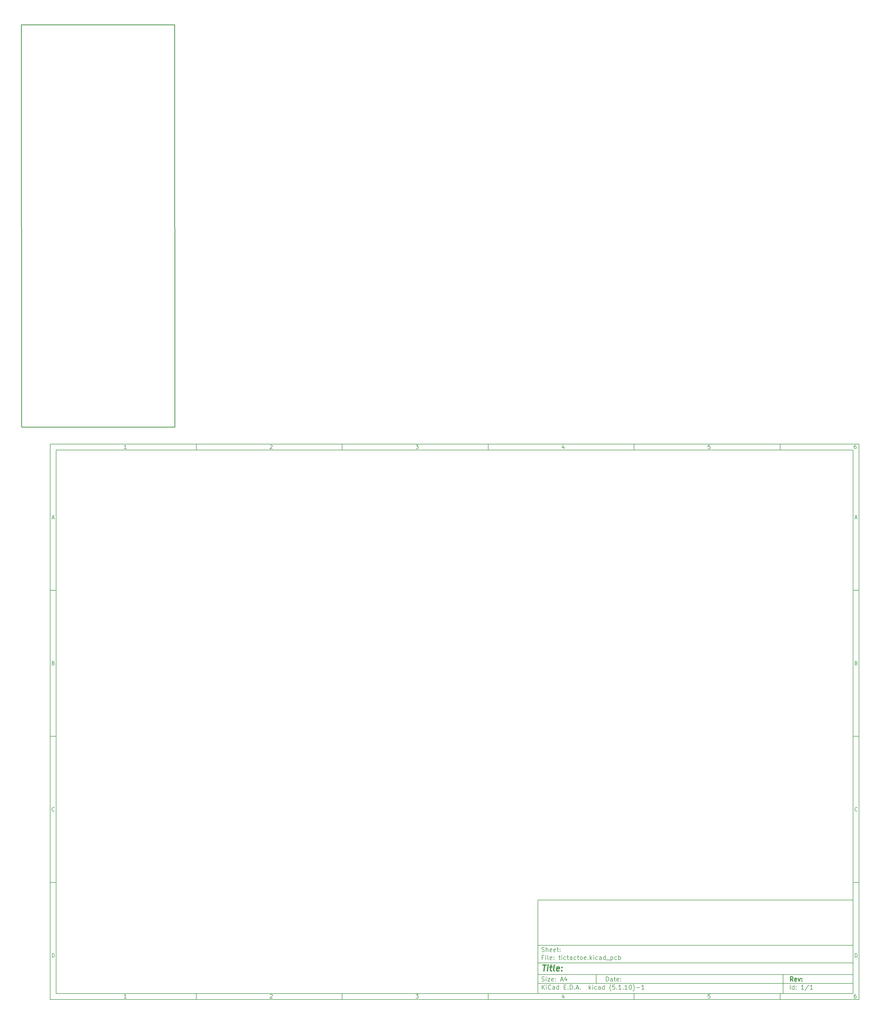
<source format=gbr>
%TF.GenerationSoftware,KiCad,Pcbnew,(5.1.10)-1*%
%TF.CreationDate,2021-10-16T16:01:45-05:00*%
%TF.ProjectId,tictactoe,74696374-6163-4746-9f65-2e6b69636164,rev?*%
%TF.SameCoordinates,Original*%
%TF.FileFunction,Profile,NP*%
%FSLAX46Y46*%
G04 Gerber Fmt 4.6, Leading zero omitted, Abs format (unit mm)*
G04 Created by KiCad (PCBNEW (5.1.10)-1) date 2021-10-16 16:01:45*
%MOMM*%
%LPD*%
G01*
G04 APERTURE LIST*
%ADD10C,0.100000*%
%ADD11C,0.150000*%
%ADD12C,0.300000*%
%ADD13C,0.400000*%
%TA.AperFunction,Profile*%
%ADD14C,0.254000*%
%TD*%
G04 APERTURE END LIST*
D10*
D11*
X177002200Y-166007200D02*
X177002200Y-198007200D01*
X285002200Y-198007200D01*
X285002200Y-166007200D01*
X177002200Y-166007200D01*
D10*
D11*
X10000000Y-10000000D02*
X10000000Y-200007200D01*
X287002200Y-200007200D01*
X287002200Y-10000000D01*
X10000000Y-10000000D01*
D10*
D11*
X12000000Y-12000000D02*
X12000000Y-198007200D01*
X285002200Y-198007200D01*
X285002200Y-12000000D01*
X12000000Y-12000000D01*
D10*
D11*
X60000000Y-12000000D02*
X60000000Y-10000000D01*
D10*
D11*
X110000000Y-12000000D02*
X110000000Y-10000000D01*
D10*
D11*
X160000000Y-12000000D02*
X160000000Y-10000000D01*
D10*
D11*
X210000000Y-12000000D02*
X210000000Y-10000000D01*
D10*
D11*
X260000000Y-12000000D02*
X260000000Y-10000000D01*
D10*
D11*
X36065476Y-11588095D02*
X35322619Y-11588095D01*
X35694047Y-11588095D02*
X35694047Y-10288095D01*
X35570238Y-10473809D01*
X35446428Y-10597619D01*
X35322619Y-10659523D01*
D10*
D11*
X85322619Y-10411904D02*
X85384523Y-10350000D01*
X85508333Y-10288095D01*
X85817857Y-10288095D01*
X85941666Y-10350000D01*
X86003571Y-10411904D01*
X86065476Y-10535714D01*
X86065476Y-10659523D01*
X86003571Y-10845238D01*
X85260714Y-11588095D01*
X86065476Y-11588095D01*
D10*
D11*
X135260714Y-10288095D02*
X136065476Y-10288095D01*
X135632142Y-10783333D01*
X135817857Y-10783333D01*
X135941666Y-10845238D01*
X136003571Y-10907142D01*
X136065476Y-11030952D01*
X136065476Y-11340476D01*
X136003571Y-11464285D01*
X135941666Y-11526190D01*
X135817857Y-11588095D01*
X135446428Y-11588095D01*
X135322619Y-11526190D01*
X135260714Y-11464285D01*
D10*
D11*
X185941666Y-10721428D02*
X185941666Y-11588095D01*
X185632142Y-10226190D02*
X185322619Y-11154761D01*
X186127380Y-11154761D01*
D10*
D11*
X236003571Y-10288095D02*
X235384523Y-10288095D01*
X235322619Y-10907142D01*
X235384523Y-10845238D01*
X235508333Y-10783333D01*
X235817857Y-10783333D01*
X235941666Y-10845238D01*
X236003571Y-10907142D01*
X236065476Y-11030952D01*
X236065476Y-11340476D01*
X236003571Y-11464285D01*
X235941666Y-11526190D01*
X235817857Y-11588095D01*
X235508333Y-11588095D01*
X235384523Y-11526190D01*
X235322619Y-11464285D01*
D10*
D11*
X285941666Y-10288095D02*
X285694047Y-10288095D01*
X285570238Y-10350000D01*
X285508333Y-10411904D01*
X285384523Y-10597619D01*
X285322619Y-10845238D01*
X285322619Y-11340476D01*
X285384523Y-11464285D01*
X285446428Y-11526190D01*
X285570238Y-11588095D01*
X285817857Y-11588095D01*
X285941666Y-11526190D01*
X286003571Y-11464285D01*
X286065476Y-11340476D01*
X286065476Y-11030952D01*
X286003571Y-10907142D01*
X285941666Y-10845238D01*
X285817857Y-10783333D01*
X285570238Y-10783333D01*
X285446428Y-10845238D01*
X285384523Y-10907142D01*
X285322619Y-11030952D01*
D10*
D11*
X60000000Y-198007200D02*
X60000000Y-200007200D01*
D10*
D11*
X110000000Y-198007200D02*
X110000000Y-200007200D01*
D10*
D11*
X160000000Y-198007200D02*
X160000000Y-200007200D01*
D10*
D11*
X210000000Y-198007200D02*
X210000000Y-200007200D01*
D10*
D11*
X260000000Y-198007200D02*
X260000000Y-200007200D01*
D10*
D11*
X36065476Y-199595295D02*
X35322619Y-199595295D01*
X35694047Y-199595295D02*
X35694047Y-198295295D01*
X35570238Y-198481009D01*
X35446428Y-198604819D01*
X35322619Y-198666723D01*
D10*
D11*
X85322619Y-198419104D02*
X85384523Y-198357200D01*
X85508333Y-198295295D01*
X85817857Y-198295295D01*
X85941666Y-198357200D01*
X86003571Y-198419104D01*
X86065476Y-198542914D01*
X86065476Y-198666723D01*
X86003571Y-198852438D01*
X85260714Y-199595295D01*
X86065476Y-199595295D01*
D10*
D11*
X135260714Y-198295295D02*
X136065476Y-198295295D01*
X135632142Y-198790533D01*
X135817857Y-198790533D01*
X135941666Y-198852438D01*
X136003571Y-198914342D01*
X136065476Y-199038152D01*
X136065476Y-199347676D01*
X136003571Y-199471485D01*
X135941666Y-199533390D01*
X135817857Y-199595295D01*
X135446428Y-199595295D01*
X135322619Y-199533390D01*
X135260714Y-199471485D01*
D10*
D11*
X185941666Y-198728628D02*
X185941666Y-199595295D01*
X185632142Y-198233390D02*
X185322619Y-199161961D01*
X186127380Y-199161961D01*
D10*
D11*
X236003571Y-198295295D02*
X235384523Y-198295295D01*
X235322619Y-198914342D01*
X235384523Y-198852438D01*
X235508333Y-198790533D01*
X235817857Y-198790533D01*
X235941666Y-198852438D01*
X236003571Y-198914342D01*
X236065476Y-199038152D01*
X236065476Y-199347676D01*
X236003571Y-199471485D01*
X235941666Y-199533390D01*
X235817857Y-199595295D01*
X235508333Y-199595295D01*
X235384523Y-199533390D01*
X235322619Y-199471485D01*
D10*
D11*
X285941666Y-198295295D02*
X285694047Y-198295295D01*
X285570238Y-198357200D01*
X285508333Y-198419104D01*
X285384523Y-198604819D01*
X285322619Y-198852438D01*
X285322619Y-199347676D01*
X285384523Y-199471485D01*
X285446428Y-199533390D01*
X285570238Y-199595295D01*
X285817857Y-199595295D01*
X285941666Y-199533390D01*
X286003571Y-199471485D01*
X286065476Y-199347676D01*
X286065476Y-199038152D01*
X286003571Y-198914342D01*
X285941666Y-198852438D01*
X285817857Y-198790533D01*
X285570238Y-198790533D01*
X285446428Y-198852438D01*
X285384523Y-198914342D01*
X285322619Y-199038152D01*
D10*
D11*
X10000000Y-60000000D02*
X12000000Y-60000000D01*
D10*
D11*
X10000000Y-110000000D02*
X12000000Y-110000000D01*
D10*
D11*
X10000000Y-160000000D02*
X12000000Y-160000000D01*
D10*
D11*
X10690476Y-35216666D02*
X11309523Y-35216666D01*
X10566666Y-35588095D02*
X11000000Y-34288095D01*
X11433333Y-35588095D01*
D10*
D11*
X11092857Y-84907142D02*
X11278571Y-84969047D01*
X11340476Y-85030952D01*
X11402380Y-85154761D01*
X11402380Y-85340476D01*
X11340476Y-85464285D01*
X11278571Y-85526190D01*
X11154761Y-85588095D01*
X10659523Y-85588095D01*
X10659523Y-84288095D01*
X11092857Y-84288095D01*
X11216666Y-84350000D01*
X11278571Y-84411904D01*
X11340476Y-84535714D01*
X11340476Y-84659523D01*
X11278571Y-84783333D01*
X11216666Y-84845238D01*
X11092857Y-84907142D01*
X10659523Y-84907142D01*
D10*
D11*
X11402380Y-135464285D02*
X11340476Y-135526190D01*
X11154761Y-135588095D01*
X11030952Y-135588095D01*
X10845238Y-135526190D01*
X10721428Y-135402380D01*
X10659523Y-135278571D01*
X10597619Y-135030952D01*
X10597619Y-134845238D01*
X10659523Y-134597619D01*
X10721428Y-134473809D01*
X10845238Y-134350000D01*
X11030952Y-134288095D01*
X11154761Y-134288095D01*
X11340476Y-134350000D01*
X11402380Y-134411904D01*
D10*
D11*
X10659523Y-185588095D02*
X10659523Y-184288095D01*
X10969047Y-184288095D01*
X11154761Y-184350000D01*
X11278571Y-184473809D01*
X11340476Y-184597619D01*
X11402380Y-184845238D01*
X11402380Y-185030952D01*
X11340476Y-185278571D01*
X11278571Y-185402380D01*
X11154761Y-185526190D01*
X10969047Y-185588095D01*
X10659523Y-185588095D01*
D10*
D11*
X287002200Y-60000000D02*
X285002200Y-60000000D01*
D10*
D11*
X287002200Y-110000000D02*
X285002200Y-110000000D01*
D10*
D11*
X287002200Y-160000000D02*
X285002200Y-160000000D01*
D10*
D11*
X285692676Y-35216666D02*
X286311723Y-35216666D01*
X285568866Y-35588095D02*
X286002200Y-34288095D01*
X286435533Y-35588095D01*
D10*
D11*
X286095057Y-84907142D02*
X286280771Y-84969047D01*
X286342676Y-85030952D01*
X286404580Y-85154761D01*
X286404580Y-85340476D01*
X286342676Y-85464285D01*
X286280771Y-85526190D01*
X286156961Y-85588095D01*
X285661723Y-85588095D01*
X285661723Y-84288095D01*
X286095057Y-84288095D01*
X286218866Y-84350000D01*
X286280771Y-84411904D01*
X286342676Y-84535714D01*
X286342676Y-84659523D01*
X286280771Y-84783333D01*
X286218866Y-84845238D01*
X286095057Y-84907142D01*
X285661723Y-84907142D01*
D10*
D11*
X286404580Y-135464285D02*
X286342676Y-135526190D01*
X286156961Y-135588095D01*
X286033152Y-135588095D01*
X285847438Y-135526190D01*
X285723628Y-135402380D01*
X285661723Y-135278571D01*
X285599819Y-135030952D01*
X285599819Y-134845238D01*
X285661723Y-134597619D01*
X285723628Y-134473809D01*
X285847438Y-134350000D01*
X286033152Y-134288095D01*
X286156961Y-134288095D01*
X286342676Y-134350000D01*
X286404580Y-134411904D01*
D10*
D11*
X285661723Y-185588095D02*
X285661723Y-184288095D01*
X285971247Y-184288095D01*
X286156961Y-184350000D01*
X286280771Y-184473809D01*
X286342676Y-184597619D01*
X286404580Y-184845238D01*
X286404580Y-185030952D01*
X286342676Y-185278571D01*
X286280771Y-185402380D01*
X286156961Y-185526190D01*
X285971247Y-185588095D01*
X285661723Y-185588095D01*
D10*
D11*
X200434342Y-193785771D02*
X200434342Y-192285771D01*
X200791485Y-192285771D01*
X201005771Y-192357200D01*
X201148628Y-192500057D01*
X201220057Y-192642914D01*
X201291485Y-192928628D01*
X201291485Y-193142914D01*
X201220057Y-193428628D01*
X201148628Y-193571485D01*
X201005771Y-193714342D01*
X200791485Y-193785771D01*
X200434342Y-193785771D01*
X202577200Y-193785771D02*
X202577200Y-193000057D01*
X202505771Y-192857200D01*
X202362914Y-192785771D01*
X202077200Y-192785771D01*
X201934342Y-192857200D01*
X202577200Y-193714342D02*
X202434342Y-193785771D01*
X202077200Y-193785771D01*
X201934342Y-193714342D01*
X201862914Y-193571485D01*
X201862914Y-193428628D01*
X201934342Y-193285771D01*
X202077200Y-193214342D01*
X202434342Y-193214342D01*
X202577200Y-193142914D01*
X203077200Y-192785771D02*
X203648628Y-192785771D01*
X203291485Y-192285771D02*
X203291485Y-193571485D01*
X203362914Y-193714342D01*
X203505771Y-193785771D01*
X203648628Y-193785771D01*
X204720057Y-193714342D02*
X204577200Y-193785771D01*
X204291485Y-193785771D01*
X204148628Y-193714342D01*
X204077200Y-193571485D01*
X204077200Y-193000057D01*
X204148628Y-192857200D01*
X204291485Y-192785771D01*
X204577200Y-192785771D01*
X204720057Y-192857200D01*
X204791485Y-193000057D01*
X204791485Y-193142914D01*
X204077200Y-193285771D01*
X205434342Y-193642914D02*
X205505771Y-193714342D01*
X205434342Y-193785771D01*
X205362914Y-193714342D01*
X205434342Y-193642914D01*
X205434342Y-193785771D01*
X205434342Y-192857200D02*
X205505771Y-192928628D01*
X205434342Y-193000057D01*
X205362914Y-192928628D01*
X205434342Y-192857200D01*
X205434342Y-193000057D01*
D10*
D11*
X177002200Y-194507200D02*
X285002200Y-194507200D01*
D10*
D11*
X178434342Y-196585771D02*
X178434342Y-195085771D01*
X179291485Y-196585771D02*
X178648628Y-195728628D01*
X179291485Y-195085771D02*
X178434342Y-195942914D01*
X179934342Y-196585771D02*
X179934342Y-195585771D01*
X179934342Y-195085771D02*
X179862914Y-195157200D01*
X179934342Y-195228628D01*
X180005771Y-195157200D01*
X179934342Y-195085771D01*
X179934342Y-195228628D01*
X181505771Y-196442914D02*
X181434342Y-196514342D01*
X181220057Y-196585771D01*
X181077200Y-196585771D01*
X180862914Y-196514342D01*
X180720057Y-196371485D01*
X180648628Y-196228628D01*
X180577200Y-195942914D01*
X180577200Y-195728628D01*
X180648628Y-195442914D01*
X180720057Y-195300057D01*
X180862914Y-195157200D01*
X181077200Y-195085771D01*
X181220057Y-195085771D01*
X181434342Y-195157200D01*
X181505771Y-195228628D01*
X182791485Y-196585771D02*
X182791485Y-195800057D01*
X182720057Y-195657200D01*
X182577200Y-195585771D01*
X182291485Y-195585771D01*
X182148628Y-195657200D01*
X182791485Y-196514342D02*
X182648628Y-196585771D01*
X182291485Y-196585771D01*
X182148628Y-196514342D01*
X182077200Y-196371485D01*
X182077200Y-196228628D01*
X182148628Y-196085771D01*
X182291485Y-196014342D01*
X182648628Y-196014342D01*
X182791485Y-195942914D01*
X184148628Y-196585771D02*
X184148628Y-195085771D01*
X184148628Y-196514342D02*
X184005771Y-196585771D01*
X183720057Y-196585771D01*
X183577200Y-196514342D01*
X183505771Y-196442914D01*
X183434342Y-196300057D01*
X183434342Y-195871485D01*
X183505771Y-195728628D01*
X183577200Y-195657200D01*
X183720057Y-195585771D01*
X184005771Y-195585771D01*
X184148628Y-195657200D01*
X186005771Y-195800057D02*
X186505771Y-195800057D01*
X186720057Y-196585771D02*
X186005771Y-196585771D01*
X186005771Y-195085771D01*
X186720057Y-195085771D01*
X187362914Y-196442914D02*
X187434342Y-196514342D01*
X187362914Y-196585771D01*
X187291485Y-196514342D01*
X187362914Y-196442914D01*
X187362914Y-196585771D01*
X188077200Y-196585771D02*
X188077200Y-195085771D01*
X188434342Y-195085771D01*
X188648628Y-195157200D01*
X188791485Y-195300057D01*
X188862914Y-195442914D01*
X188934342Y-195728628D01*
X188934342Y-195942914D01*
X188862914Y-196228628D01*
X188791485Y-196371485D01*
X188648628Y-196514342D01*
X188434342Y-196585771D01*
X188077200Y-196585771D01*
X189577200Y-196442914D02*
X189648628Y-196514342D01*
X189577200Y-196585771D01*
X189505771Y-196514342D01*
X189577200Y-196442914D01*
X189577200Y-196585771D01*
X190220057Y-196157200D02*
X190934342Y-196157200D01*
X190077200Y-196585771D02*
X190577200Y-195085771D01*
X191077200Y-196585771D01*
X191577200Y-196442914D02*
X191648628Y-196514342D01*
X191577200Y-196585771D01*
X191505771Y-196514342D01*
X191577200Y-196442914D01*
X191577200Y-196585771D01*
X194577200Y-196585771D02*
X194577200Y-195085771D01*
X194720057Y-196014342D02*
X195148628Y-196585771D01*
X195148628Y-195585771D02*
X194577200Y-196157200D01*
X195791485Y-196585771D02*
X195791485Y-195585771D01*
X195791485Y-195085771D02*
X195720057Y-195157200D01*
X195791485Y-195228628D01*
X195862914Y-195157200D01*
X195791485Y-195085771D01*
X195791485Y-195228628D01*
X197148628Y-196514342D02*
X197005771Y-196585771D01*
X196720057Y-196585771D01*
X196577200Y-196514342D01*
X196505771Y-196442914D01*
X196434342Y-196300057D01*
X196434342Y-195871485D01*
X196505771Y-195728628D01*
X196577200Y-195657200D01*
X196720057Y-195585771D01*
X197005771Y-195585771D01*
X197148628Y-195657200D01*
X198434342Y-196585771D02*
X198434342Y-195800057D01*
X198362914Y-195657200D01*
X198220057Y-195585771D01*
X197934342Y-195585771D01*
X197791485Y-195657200D01*
X198434342Y-196514342D02*
X198291485Y-196585771D01*
X197934342Y-196585771D01*
X197791485Y-196514342D01*
X197720057Y-196371485D01*
X197720057Y-196228628D01*
X197791485Y-196085771D01*
X197934342Y-196014342D01*
X198291485Y-196014342D01*
X198434342Y-195942914D01*
X199791485Y-196585771D02*
X199791485Y-195085771D01*
X199791485Y-196514342D02*
X199648628Y-196585771D01*
X199362914Y-196585771D01*
X199220057Y-196514342D01*
X199148628Y-196442914D01*
X199077200Y-196300057D01*
X199077200Y-195871485D01*
X199148628Y-195728628D01*
X199220057Y-195657200D01*
X199362914Y-195585771D01*
X199648628Y-195585771D01*
X199791485Y-195657200D01*
X202077200Y-197157200D02*
X202005771Y-197085771D01*
X201862914Y-196871485D01*
X201791485Y-196728628D01*
X201720057Y-196514342D01*
X201648628Y-196157200D01*
X201648628Y-195871485D01*
X201720057Y-195514342D01*
X201791485Y-195300057D01*
X201862914Y-195157200D01*
X202005771Y-194942914D01*
X202077200Y-194871485D01*
X203362914Y-195085771D02*
X202648628Y-195085771D01*
X202577200Y-195800057D01*
X202648628Y-195728628D01*
X202791485Y-195657200D01*
X203148628Y-195657200D01*
X203291485Y-195728628D01*
X203362914Y-195800057D01*
X203434342Y-195942914D01*
X203434342Y-196300057D01*
X203362914Y-196442914D01*
X203291485Y-196514342D01*
X203148628Y-196585771D01*
X202791485Y-196585771D01*
X202648628Y-196514342D01*
X202577200Y-196442914D01*
X204077200Y-196442914D02*
X204148628Y-196514342D01*
X204077200Y-196585771D01*
X204005771Y-196514342D01*
X204077200Y-196442914D01*
X204077200Y-196585771D01*
X205577200Y-196585771D02*
X204720057Y-196585771D01*
X205148628Y-196585771D02*
X205148628Y-195085771D01*
X205005771Y-195300057D01*
X204862914Y-195442914D01*
X204720057Y-195514342D01*
X206220057Y-196442914D02*
X206291485Y-196514342D01*
X206220057Y-196585771D01*
X206148628Y-196514342D01*
X206220057Y-196442914D01*
X206220057Y-196585771D01*
X207720057Y-196585771D02*
X206862914Y-196585771D01*
X207291485Y-196585771D02*
X207291485Y-195085771D01*
X207148628Y-195300057D01*
X207005771Y-195442914D01*
X206862914Y-195514342D01*
X208648628Y-195085771D02*
X208791485Y-195085771D01*
X208934342Y-195157200D01*
X209005771Y-195228628D01*
X209077200Y-195371485D01*
X209148628Y-195657200D01*
X209148628Y-196014342D01*
X209077200Y-196300057D01*
X209005771Y-196442914D01*
X208934342Y-196514342D01*
X208791485Y-196585771D01*
X208648628Y-196585771D01*
X208505771Y-196514342D01*
X208434342Y-196442914D01*
X208362914Y-196300057D01*
X208291485Y-196014342D01*
X208291485Y-195657200D01*
X208362914Y-195371485D01*
X208434342Y-195228628D01*
X208505771Y-195157200D01*
X208648628Y-195085771D01*
X209648628Y-197157200D02*
X209720057Y-197085771D01*
X209862914Y-196871485D01*
X209934342Y-196728628D01*
X210005771Y-196514342D01*
X210077200Y-196157200D01*
X210077200Y-195871485D01*
X210005771Y-195514342D01*
X209934342Y-195300057D01*
X209862914Y-195157200D01*
X209720057Y-194942914D01*
X209648628Y-194871485D01*
X210791485Y-196014342D02*
X211934342Y-196014342D01*
X213434342Y-196585771D02*
X212577200Y-196585771D01*
X213005771Y-196585771D02*
X213005771Y-195085771D01*
X212862914Y-195300057D01*
X212720057Y-195442914D01*
X212577200Y-195514342D01*
D10*
D11*
X177002200Y-191507200D02*
X285002200Y-191507200D01*
D10*
D12*
X264411485Y-193785771D02*
X263911485Y-193071485D01*
X263554342Y-193785771D02*
X263554342Y-192285771D01*
X264125771Y-192285771D01*
X264268628Y-192357200D01*
X264340057Y-192428628D01*
X264411485Y-192571485D01*
X264411485Y-192785771D01*
X264340057Y-192928628D01*
X264268628Y-193000057D01*
X264125771Y-193071485D01*
X263554342Y-193071485D01*
X265625771Y-193714342D02*
X265482914Y-193785771D01*
X265197200Y-193785771D01*
X265054342Y-193714342D01*
X264982914Y-193571485D01*
X264982914Y-193000057D01*
X265054342Y-192857200D01*
X265197200Y-192785771D01*
X265482914Y-192785771D01*
X265625771Y-192857200D01*
X265697200Y-193000057D01*
X265697200Y-193142914D01*
X264982914Y-193285771D01*
X266197200Y-192785771D02*
X266554342Y-193785771D01*
X266911485Y-192785771D01*
X267482914Y-193642914D02*
X267554342Y-193714342D01*
X267482914Y-193785771D01*
X267411485Y-193714342D01*
X267482914Y-193642914D01*
X267482914Y-193785771D01*
X267482914Y-192857200D02*
X267554342Y-192928628D01*
X267482914Y-193000057D01*
X267411485Y-192928628D01*
X267482914Y-192857200D01*
X267482914Y-193000057D01*
D10*
D11*
X178362914Y-193714342D02*
X178577200Y-193785771D01*
X178934342Y-193785771D01*
X179077200Y-193714342D01*
X179148628Y-193642914D01*
X179220057Y-193500057D01*
X179220057Y-193357200D01*
X179148628Y-193214342D01*
X179077200Y-193142914D01*
X178934342Y-193071485D01*
X178648628Y-193000057D01*
X178505771Y-192928628D01*
X178434342Y-192857200D01*
X178362914Y-192714342D01*
X178362914Y-192571485D01*
X178434342Y-192428628D01*
X178505771Y-192357200D01*
X178648628Y-192285771D01*
X179005771Y-192285771D01*
X179220057Y-192357200D01*
X179862914Y-193785771D02*
X179862914Y-192785771D01*
X179862914Y-192285771D02*
X179791485Y-192357200D01*
X179862914Y-192428628D01*
X179934342Y-192357200D01*
X179862914Y-192285771D01*
X179862914Y-192428628D01*
X180434342Y-192785771D02*
X181220057Y-192785771D01*
X180434342Y-193785771D01*
X181220057Y-193785771D01*
X182362914Y-193714342D02*
X182220057Y-193785771D01*
X181934342Y-193785771D01*
X181791485Y-193714342D01*
X181720057Y-193571485D01*
X181720057Y-193000057D01*
X181791485Y-192857200D01*
X181934342Y-192785771D01*
X182220057Y-192785771D01*
X182362914Y-192857200D01*
X182434342Y-193000057D01*
X182434342Y-193142914D01*
X181720057Y-193285771D01*
X183077200Y-193642914D02*
X183148628Y-193714342D01*
X183077200Y-193785771D01*
X183005771Y-193714342D01*
X183077200Y-193642914D01*
X183077200Y-193785771D01*
X183077200Y-192857200D02*
X183148628Y-192928628D01*
X183077200Y-193000057D01*
X183005771Y-192928628D01*
X183077200Y-192857200D01*
X183077200Y-193000057D01*
X184862914Y-193357200D02*
X185577200Y-193357200D01*
X184720057Y-193785771D02*
X185220057Y-192285771D01*
X185720057Y-193785771D01*
X186862914Y-192785771D02*
X186862914Y-193785771D01*
X186505771Y-192214342D02*
X186148628Y-193285771D01*
X187077200Y-193285771D01*
D10*
D11*
X263434342Y-196585771D02*
X263434342Y-195085771D01*
X264791485Y-196585771D02*
X264791485Y-195085771D01*
X264791485Y-196514342D02*
X264648628Y-196585771D01*
X264362914Y-196585771D01*
X264220057Y-196514342D01*
X264148628Y-196442914D01*
X264077200Y-196300057D01*
X264077200Y-195871485D01*
X264148628Y-195728628D01*
X264220057Y-195657200D01*
X264362914Y-195585771D01*
X264648628Y-195585771D01*
X264791485Y-195657200D01*
X265505771Y-196442914D02*
X265577200Y-196514342D01*
X265505771Y-196585771D01*
X265434342Y-196514342D01*
X265505771Y-196442914D01*
X265505771Y-196585771D01*
X265505771Y-195657200D02*
X265577200Y-195728628D01*
X265505771Y-195800057D01*
X265434342Y-195728628D01*
X265505771Y-195657200D01*
X265505771Y-195800057D01*
X268148628Y-196585771D02*
X267291485Y-196585771D01*
X267720057Y-196585771D02*
X267720057Y-195085771D01*
X267577200Y-195300057D01*
X267434342Y-195442914D01*
X267291485Y-195514342D01*
X269862914Y-195014342D02*
X268577200Y-196942914D01*
X271148628Y-196585771D02*
X270291485Y-196585771D01*
X270720057Y-196585771D02*
X270720057Y-195085771D01*
X270577200Y-195300057D01*
X270434342Y-195442914D01*
X270291485Y-195514342D01*
D10*
D11*
X177002200Y-187507200D02*
X285002200Y-187507200D01*
D10*
D13*
X178714580Y-188211961D02*
X179857438Y-188211961D01*
X179036009Y-190211961D02*
X179286009Y-188211961D01*
X180274104Y-190211961D02*
X180440771Y-188878628D01*
X180524104Y-188211961D02*
X180416961Y-188307200D01*
X180500295Y-188402438D01*
X180607438Y-188307200D01*
X180524104Y-188211961D01*
X180500295Y-188402438D01*
X181107438Y-188878628D02*
X181869342Y-188878628D01*
X181476485Y-188211961D02*
X181262200Y-189926247D01*
X181333628Y-190116723D01*
X181512200Y-190211961D01*
X181702676Y-190211961D01*
X182655057Y-190211961D02*
X182476485Y-190116723D01*
X182405057Y-189926247D01*
X182619342Y-188211961D01*
X184190771Y-190116723D02*
X183988390Y-190211961D01*
X183607438Y-190211961D01*
X183428866Y-190116723D01*
X183357438Y-189926247D01*
X183452676Y-189164342D01*
X183571723Y-188973866D01*
X183774104Y-188878628D01*
X184155057Y-188878628D01*
X184333628Y-188973866D01*
X184405057Y-189164342D01*
X184381247Y-189354819D01*
X183405057Y-189545295D01*
X185155057Y-190021485D02*
X185238390Y-190116723D01*
X185131247Y-190211961D01*
X185047914Y-190116723D01*
X185155057Y-190021485D01*
X185131247Y-190211961D01*
X185286009Y-188973866D02*
X185369342Y-189069104D01*
X185262200Y-189164342D01*
X185178866Y-189069104D01*
X185286009Y-188973866D01*
X185262200Y-189164342D01*
D10*
D11*
X178934342Y-185600057D02*
X178434342Y-185600057D01*
X178434342Y-186385771D02*
X178434342Y-184885771D01*
X179148628Y-184885771D01*
X179720057Y-186385771D02*
X179720057Y-185385771D01*
X179720057Y-184885771D02*
X179648628Y-184957200D01*
X179720057Y-185028628D01*
X179791485Y-184957200D01*
X179720057Y-184885771D01*
X179720057Y-185028628D01*
X180648628Y-186385771D02*
X180505771Y-186314342D01*
X180434342Y-186171485D01*
X180434342Y-184885771D01*
X181791485Y-186314342D02*
X181648628Y-186385771D01*
X181362914Y-186385771D01*
X181220057Y-186314342D01*
X181148628Y-186171485D01*
X181148628Y-185600057D01*
X181220057Y-185457200D01*
X181362914Y-185385771D01*
X181648628Y-185385771D01*
X181791485Y-185457200D01*
X181862914Y-185600057D01*
X181862914Y-185742914D01*
X181148628Y-185885771D01*
X182505771Y-186242914D02*
X182577200Y-186314342D01*
X182505771Y-186385771D01*
X182434342Y-186314342D01*
X182505771Y-186242914D01*
X182505771Y-186385771D01*
X182505771Y-185457200D02*
X182577200Y-185528628D01*
X182505771Y-185600057D01*
X182434342Y-185528628D01*
X182505771Y-185457200D01*
X182505771Y-185600057D01*
X184148628Y-185385771D02*
X184720057Y-185385771D01*
X184362914Y-184885771D02*
X184362914Y-186171485D01*
X184434342Y-186314342D01*
X184577200Y-186385771D01*
X184720057Y-186385771D01*
X185220057Y-186385771D02*
X185220057Y-185385771D01*
X185220057Y-184885771D02*
X185148628Y-184957200D01*
X185220057Y-185028628D01*
X185291485Y-184957200D01*
X185220057Y-184885771D01*
X185220057Y-185028628D01*
X186577200Y-186314342D02*
X186434342Y-186385771D01*
X186148628Y-186385771D01*
X186005771Y-186314342D01*
X185934342Y-186242914D01*
X185862914Y-186100057D01*
X185862914Y-185671485D01*
X185934342Y-185528628D01*
X186005771Y-185457200D01*
X186148628Y-185385771D01*
X186434342Y-185385771D01*
X186577200Y-185457200D01*
X187005771Y-185385771D02*
X187577200Y-185385771D01*
X187220057Y-184885771D02*
X187220057Y-186171485D01*
X187291485Y-186314342D01*
X187434342Y-186385771D01*
X187577200Y-186385771D01*
X188720057Y-186385771D02*
X188720057Y-185600057D01*
X188648628Y-185457200D01*
X188505771Y-185385771D01*
X188220057Y-185385771D01*
X188077200Y-185457200D01*
X188720057Y-186314342D02*
X188577200Y-186385771D01*
X188220057Y-186385771D01*
X188077200Y-186314342D01*
X188005771Y-186171485D01*
X188005771Y-186028628D01*
X188077200Y-185885771D01*
X188220057Y-185814342D01*
X188577200Y-185814342D01*
X188720057Y-185742914D01*
X190077200Y-186314342D02*
X189934342Y-186385771D01*
X189648628Y-186385771D01*
X189505771Y-186314342D01*
X189434342Y-186242914D01*
X189362914Y-186100057D01*
X189362914Y-185671485D01*
X189434342Y-185528628D01*
X189505771Y-185457200D01*
X189648628Y-185385771D01*
X189934342Y-185385771D01*
X190077200Y-185457200D01*
X190505771Y-185385771D02*
X191077200Y-185385771D01*
X190720057Y-184885771D02*
X190720057Y-186171485D01*
X190791485Y-186314342D01*
X190934342Y-186385771D01*
X191077200Y-186385771D01*
X191791485Y-186385771D02*
X191648628Y-186314342D01*
X191577200Y-186242914D01*
X191505771Y-186100057D01*
X191505771Y-185671485D01*
X191577200Y-185528628D01*
X191648628Y-185457200D01*
X191791485Y-185385771D01*
X192005771Y-185385771D01*
X192148628Y-185457200D01*
X192220057Y-185528628D01*
X192291485Y-185671485D01*
X192291485Y-186100057D01*
X192220057Y-186242914D01*
X192148628Y-186314342D01*
X192005771Y-186385771D01*
X191791485Y-186385771D01*
X193505771Y-186314342D02*
X193362914Y-186385771D01*
X193077200Y-186385771D01*
X192934342Y-186314342D01*
X192862914Y-186171485D01*
X192862914Y-185600057D01*
X192934342Y-185457200D01*
X193077200Y-185385771D01*
X193362914Y-185385771D01*
X193505771Y-185457200D01*
X193577200Y-185600057D01*
X193577200Y-185742914D01*
X192862914Y-185885771D01*
X194220057Y-186242914D02*
X194291485Y-186314342D01*
X194220057Y-186385771D01*
X194148628Y-186314342D01*
X194220057Y-186242914D01*
X194220057Y-186385771D01*
X194934342Y-186385771D02*
X194934342Y-184885771D01*
X195077200Y-185814342D02*
X195505771Y-186385771D01*
X195505771Y-185385771D02*
X194934342Y-185957200D01*
X196148628Y-186385771D02*
X196148628Y-185385771D01*
X196148628Y-184885771D02*
X196077200Y-184957200D01*
X196148628Y-185028628D01*
X196220057Y-184957200D01*
X196148628Y-184885771D01*
X196148628Y-185028628D01*
X197505771Y-186314342D02*
X197362914Y-186385771D01*
X197077200Y-186385771D01*
X196934342Y-186314342D01*
X196862914Y-186242914D01*
X196791485Y-186100057D01*
X196791485Y-185671485D01*
X196862914Y-185528628D01*
X196934342Y-185457200D01*
X197077200Y-185385771D01*
X197362914Y-185385771D01*
X197505771Y-185457200D01*
X198791485Y-186385771D02*
X198791485Y-185600057D01*
X198720057Y-185457200D01*
X198577200Y-185385771D01*
X198291485Y-185385771D01*
X198148628Y-185457200D01*
X198791485Y-186314342D02*
X198648628Y-186385771D01*
X198291485Y-186385771D01*
X198148628Y-186314342D01*
X198077200Y-186171485D01*
X198077200Y-186028628D01*
X198148628Y-185885771D01*
X198291485Y-185814342D01*
X198648628Y-185814342D01*
X198791485Y-185742914D01*
X200148628Y-186385771D02*
X200148628Y-184885771D01*
X200148628Y-186314342D02*
X200005771Y-186385771D01*
X199720057Y-186385771D01*
X199577200Y-186314342D01*
X199505771Y-186242914D01*
X199434342Y-186100057D01*
X199434342Y-185671485D01*
X199505771Y-185528628D01*
X199577200Y-185457200D01*
X199720057Y-185385771D01*
X200005771Y-185385771D01*
X200148628Y-185457200D01*
X200505771Y-186528628D02*
X201648628Y-186528628D01*
X202005771Y-185385771D02*
X202005771Y-186885771D01*
X202005771Y-185457200D02*
X202148628Y-185385771D01*
X202434342Y-185385771D01*
X202577200Y-185457200D01*
X202648628Y-185528628D01*
X202720057Y-185671485D01*
X202720057Y-186100057D01*
X202648628Y-186242914D01*
X202577200Y-186314342D01*
X202434342Y-186385771D01*
X202148628Y-186385771D01*
X202005771Y-186314342D01*
X204005771Y-186314342D02*
X203862914Y-186385771D01*
X203577200Y-186385771D01*
X203434342Y-186314342D01*
X203362914Y-186242914D01*
X203291485Y-186100057D01*
X203291485Y-185671485D01*
X203362914Y-185528628D01*
X203434342Y-185457200D01*
X203577200Y-185385771D01*
X203862914Y-185385771D01*
X204005771Y-185457200D01*
X204648628Y-186385771D02*
X204648628Y-184885771D01*
X204648628Y-185457200D02*
X204791485Y-185385771D01*
X205077200Y-185385771D01*
X205220057Y-185457200D01*
X205291485Y-185528628D01*
X205362914Y-185671485D01*
X205362914Y-186100057D01*
X205291485Y-186242914D01*
X205220057Y-186314342D01*
X205077200Y-186385771D01*
X204791485Y-186385771D01*
X204648628Y-186314342D01*
D10*
D11*
X177002200Y-181507200D02*
X285002200Y-181507200D01*
D10*
D11*
X178362914Y-183614342D02*
X178577200Y-183685771D01*
X178934342Y-183685771D01*
X179077200Y-183614342D01*
X179148628Y-183542914D01*
X179220057Y-183400057D01*
X179220057Y-183257200D01*
X179148628Y-183114342D01*
X179077200Y-183042914D01*
X178934342Y-182971485D01*
X178648628Y-182900057D01*
X178505771Y-182828628D01*
X178434342Y-182757200D01*
X178362914Y-182614342D01*
X178362914Y-182471485D01*
X178434342Y-182328628D01*
X178505771Y-182257200D01*
X178648628Y-182185771D01*
X179005771Y-182185771D01*
X179220057Y-182257200D01*
X179862914Y-183685771D02*
X179862914Y-182185771D01*
X180505771Y-183685771D02*
X180505771Y-182900057D01*
X180434342Y-182757200D01*
X180291485Y-182685771D01*
X180077200Y-182685771D01*
X179934342Y-182757200D01*
X179862914Y-182828628D01*
X181791485Y-183614342D02*
X181648628Y-183685771D01*
X181362914Y-183685771D01*
X181220057Y-183614342D01*
X181148628Y-183471485D01*
X181148628Y-182900057D01*
X181220057Y-182757200D01*
X181362914Y-182685771D01*
X181648628Y-182685771D01*
X181791485Y-182757200D01*
X181862914Y-182900057D01*
X181862914Y-183042914D01*
X181148628Y-183185771D01*
X183077200Y-183614342D02*
X182934342Y-183685771D01*
X182648628Y-183685771D01*
X182505771Y-183614342D01*
X182434342Y-183471485D01*
X182434342Y-182900057D01*
X182505771Y-182757200D01*
X182648628Y-182685771D01*
X182934342Y-182685771D01*
X183077200Y-182757200D01*
X183148628Y-182900057D01*
X183148628Y-183042914D01*
X182434342Y-183185771D01*
X183577200Y-182685771D02*
X184148628Y-182685771D01*
X183791485Y-182185771D02*
X183791485Y-183471485D01*
X183862914Y-183614342D01*
X184005771Y-183685771D01*
X184148628Y-183685771D01*
X184648628Y-183542914D02*
X184720057Y-183614342D01*
X184648628Y-183685771D01*
X184577200Y-183614342D01*
X184648628Y-183542914D01*
X184648628Y-183685771D01*
X184648628Y-182757200D02*
X184720057Y-182828628D01*
X184648628Y-182900057D01*
X184577200Y-182828628D01*
X184648628Y-182757200D01*
X184648628Y-182900057D01*
D10*
D11*
X197002200Y-191507200D02*
X197002200Y-194507200D01*
D10*
D11*
X261002200Y-191507200D02*
X261002200Y-198007200D01*
D14*
X177800Y-4165600D02*
X101600Y133527800D01*
X101600Y133553200D02*
X52552600Y133553200D01*
X52578000Y133553200D02*
X52654200Y-4165600D01*
X52628800Y-4165600D02*
X177800Y-4165600D01*
M02*

</source>
